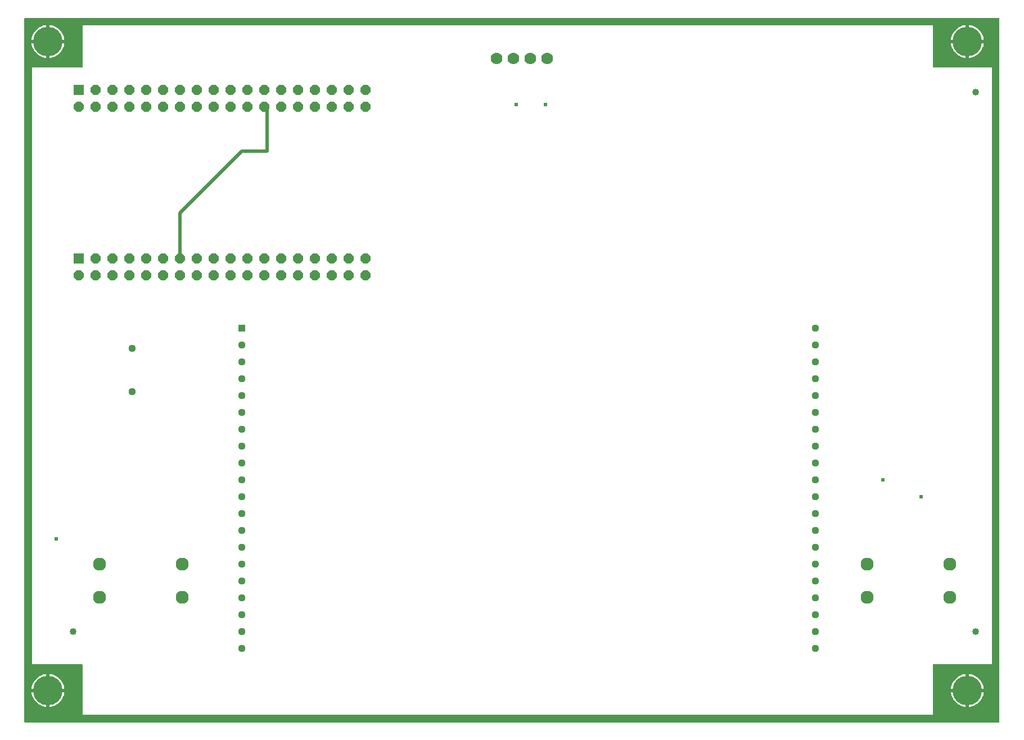
<source format=gbr>
G04 EAGLE Gerber RS-274X export*
G75*
%MOMM*%
%FSLAX34Y34*%
%LPD*%
%INBottom Copper*%
%IPPOS*%
%AMOC8*
5,1,8,0,0,1.08239X$1,22.5*%
G01*
%ADD10C,1.778000*%
%ADD11C,1.120000*%
%ADD12C,1.016000*%
%ADD13C,4.445000*%
%ADD14R,1.524000X1.524000*%
%ADD15P,1.649562X8X22.500000*%
%ADD16C,1.960000*%
%ADD17R,1.120000X1.120000*%
%ADD18C,0.609600*%
%ADD19C,0.508000*%

G36*
X1470644Y1063108D02*
X1470644Y1063108D01*
X1470637Y1063227D01*
X1470624Y1063265D01*
X1470619Y1063306D01*
X1470576Y1063416D01*
X1470539Y1063529D01*
X1470517Y1063564D01*
X1470502Y1063601D01*
X1470433Y1063697D01*
X1470369Y1063798D01*
X1470339Y1063826D01*
X1470316Y1063859D01*
X1470224Y1063935D01*
X1470137Y1064016D01*
X1470102Y1064036D01*
X1470071Y1064061D01*
X1469963Y1064112D01*
X1469859Y1064170D01*
X1469819Y1064180D01*
X1469783Y1064197D01*
X1469666Y1064219D01*
X1469551Y1064249D01*
X1469491Y1064253D01*
X1469471Y1064257D01*
X1469450Y1064255D01*
X1469390Y1064259D01*
X3810Y1064259D01*
X3692Y1064244D01*
X3573Y1064237D01*
X3535Y1064224D01*
X3494Y1064219D01*
X3384Y1064176D01*
X3271Y1064139D01*
X3236Y1064117D01*
X3199Y1064102D01*
X3103Y1064033D01*
X3002Y1063969D01*
X2974Y1063939D01*
X2941Y1063916D01*
X2865Y1063824D01*
X2784Y1063737D01*
X2764Y1063702D01*
X2739Y1063671D01*
X2688Y1063563D01*
X2630Y1063459D01*
X2620Y1063419D01*
X2603Y1063383D01*
X2581Y1063266D01*
X2551Y1063151D01*
X2547Y1063091D01*
X2543Y1063071D01*
X2545Y1063050D01*
X2541Y1062990D01*
X2541Y3810D01*
X2556Y3692D01*
X2563Y3573D01*
X2576Y3535D01*
X2581Y3494D01*
X2624Y3384D01*
X2661Y3271D01*
X2683Y3236D01*
X2698Y3199D01*
X2767Y3103D01*
X2831Y3002D01*
X2861Y2974D01*
X2884Y2941D01*
X2976Y2865D01*
X3063Y2784D01*
X3098Y2764D01*
X3129Y2739D01*
X3237Y2688D01*
X3341Y2630D01*
X3381Y2620D01*
X3417Y2603D01*
X3534Y2581D01*
X3649Y2551D01*
X3709Y2547D01*
X3729Y2543D01*
X3750Y2545D01*
X3810Y2541D01*
X1469390Y2541D01*
X1469508Y2556D01*
X1469627Y2563D01*
X1469665Y2576D01*
X1469706Y2581D01*
X1469816Y2624D01*
X1469929Y2661D01*
X1469964Y2683D01*
X1470001Y2698D01*
X1470097Y2767D01*
X1470198Y2831D01*
X1470226Y2861D01*
X1470259Y2884D01*
X1470335Y2976D01*
X1470416Y3063D01*
X1470436Y3098D01*
X1470461Y3129D01*
X1470512Y3237D01*
X1470570Y3341D01*
X1470580Y3381D01*
X1470597Y3417D01*
X1470619Y3534D01*
X1470649Y3649D01*
X1470653Y3709D01*
X1470657Y3729D01*
X1470655Y3750D01*
X1470659Y3810D01*
X1470659Y1062990D01*
X1470644Y1063108D01*
G37*
%LPC*%
G36*
X88900Y989331D02*
X88900Y989331D01*
X89018Y989346D01*
X89137Y989353D01*
X89175Y989366D01*
X89216Y989371D01*
X89326Y989414D01*
X89439Y989451D01*
X89474Y989473D01*
X89511Y989488D01*
X89607Y989558D01*
X89708Y989621D01*
X89736Y989651D01*
X89769Y989674D01*
X89845Y989766D01*
X89926Y989853D01*
X89946Y989888D01*
X89971Y989919D01*
X90022Y990027D01*
X90080Y990131D01*
X90090Y990171D01*
X90107Y990207D01*
X90129Y990324D01*
X90159Y990439D01*
X90163Y990500D01*
X90167Y990520D01*
X90165Y990540D01*
X90169Y990600D01*
X90169Y1052831D01*
X1370331Y1052831D01*
X1370331Y990600D01*
X1370346Y990482D01*
X1370353Y990363D01*
X1370366Y990325D01*
X1370371Y990284D01*
X1370414Y990174D01*
X1370451Y990061D01*
X1370473Y990026D01*
X1370488Y989989D01*
X1370558Y989893D01*
X1370621Y989792D01*
X1370651Y989764D01*
X1370674Y989731D01*
X1370766Y989656D01*
X1370853Y989574D01*
X1370888Y989554D01*
X1370919Y989529D01*
X1371027Y989478D01*
X1371131Y989420D01*
X1371171Y989410D01*
X1371207Y989393D01*
X1371324Y989371D01*
X1371439Y989341D01*
X1371500Y989337D01*
X1371520Y989333D01*
X1371540Y989335D01*
X1371600Y989331D01*
X1459231Y989331D01*
X1459231Y90169D01*
X1371600Y90169D01*
X1371482Y90154D01*
X1371363Y90147D01*
X1371325Y90134D01*
X1371284Y90129D01*
X1371174Y90086D01*
X1371061Y90049D01*
X1371026Y90027D01*
X1370989Y90012D01*
X1370893Y89943D01*
X1370792Y89879D01*
X1370764Y89849D01*
X1370731Y89826D01*
X1370656Y89734D01*
X1370574Y89647D01*
X1370554Y89612D01*
X1370529Y89581D01*
X1370478Y89473D01*
X1370420Y89369D01*
X1370410Y89329D01*
X1370393Y89293D01*
X1370371Y89176D01*
X1370341Y89061D01*
X1370337Y89001D01*
X1370333Y88981D01*
X1370335Y88960D01*
X1370331Y88900D01*
X1370331Y13969D01*
X90169Y13969D01*
X90169Y88900D01*
X90154Y89018D01*
X90147Y89137D01*
X90134Y89175D01*
X90129Y89216D01*
X90086Y89326D01*
X90049Y89439D01*
X90027Y89474D01*
X90012Y89511D01*
X89943Y89607D01*
X89879Y89708D01*
X89849Y89736D01*
X89826Y89769D01*
X89734Y89845D01*
X89647Y89926D01*
X89612Y89946D01*
X89581Y89971D01*
X89473Y90022D01*
X89369Y90080D01*
X89329Y90090D01*
X89293Y90107D01*
X89176Y90129D01*
X89061Y90159D01*
X89001Y90163D01*
X88981Y90167D01*
X88960Y90165D01*
X88900Y90169D01*
X13969Y90169D01*
X13969Y989331D01*
X88900Y989331D01*
G37*
%LPD*%
%LPC*%
G36*
X40639Y1031239D02*
X40639Y1031239D01*
X40639Y1053336D01*
X42255Y1053154D01*
X44967Y1052535D01*
X47592Y1051617D01*
X50099Y1050410D01*
X52454Y1048930D01*
X54629Y1047195D01*
X56595Y1045229D01*
X58330Y1043054D01*
X59810Y1040699D01*
X61017Y1038192D01*
X61935Y1035567D01*
X62554Y1032855D01*
X62736Y1031239D01*
X40639Y1031239D01*
G37*
%LPD*%
%LPC*%
G36*
X1424939Y1031239D02*
X1424939Y1031239D01*
X1424939Y1053336D01*
X1426555Y1053154D01*
X1429267Y1052535D01*
X1431892Y1051617D01*
X1434399Y1050410D01*
X1436754Y1048930D01*
X1438929Y1047195D01*
X1440895Y1045229D01*
X1442630Y1043054D01*
X1444110Y1040699D01*
X1445317Y1038192D01*
X1446235Y1035567D01*
X1446854Y1032855D01*
X1447036Y1031239D01*
X1424939Y1031239D01*
G37*
%LPD*%
%LPC*%
G36*
X40639Y53339D02*
X40639Y53339D01*
X40639Y75436D01*
X42255Y75254D01*
X44967Y74635D01*
X47592Y73717D01*
X50099Y72510D01*
X52454Y71030D01*
X54629Y69295D01*
X56595Y67329D01*
X58330Y65154D01*
X59810Y62799D01*
X61017Y60292D01*
X61935Y57667D01*
X62554Y54955D01*
X62736Y53339D01*
X40639Y53339D01*
G37*
%LPD*%
%LPC*%
G36*
X1424939Y53339D02*
X1424939Y53339D01*
X1424939Y75436D01*
X1426555Y75254D01*
X1429267Y74635D01*
X1431892Y73717D01*
X1434399Y72510D01*
X1436754Y71030D01*
X1438929Y69295D01*
X1440895Y67329D01*
X1442630Y65154D01*
X1444110Y62799D01*
X1445317Y60292D01*
X1446235Y57667D01*
X1446854Y54955D01*
X1447036Y53339D01*
X1424939Y53339D01*
G37*
%LPD*%
%LPC*%
G36*
X13464Y1031239D02*
X13464Y1031239D01*
X13646Y1032855D01*
X14265Y1035567D01*
X15183Y1038192D01*
X16390Y1040699D01*
X17870Y1043054D01*
X19605Y1045229D01*
X21571Y1047195D01*
X23746Y1048930D01*
X26101Y1050410D01*
X28608Y1051617D01*
X31233Y1052535D01*
X33945Y1053154D01*
X35561Y1053336D01*
X35561Y1031239D01*
X13464Y1031239D01*
G37*
%LPD*%
%LPC*%
G36*
X1397764Y1031239D02*
X1397764Y1031239D01*
X1397946Y1032855D01*
X1398565Y1035567D01*
X1399483Y1038192D01*
X1400690Y1040699D01*
X1402170Y1043054D01*
X1403905Y1045229D01*
X1405871Y1047195D01*
X1408046Y1048930D01*
X1410401Y1050410D01*
X1412908Y1051617D01*
X1415533Y1052535D01*
X1418245Y1053154D01*
X1419861Y1053336D01*
X1419861Y1031239D01*
X1397764Y1031239D01*
G37*
%LPD*%
%LPC*%
G36*
X1424939Y1026161D02*
X1424939Y1026161D01*
X1447036Y1026161D01*
X1446854Y1024545D01*
X1446235Y1021833D01*
X1445317Y1019208D01*
X1444110Y1016701D01*
X1442630Y1014346D01*
X1440895Y1012171D01*
X1438929Y1010205D01*
X1436754Y1008470D01*
X1434399Y1006990D01*
X1431892Y1005783D01*
X1429267Y1004865D01*
X1426555Y1004246D01*
X1424939Y1004064D01*
X1424939Y1026161D01*
G37*
%LPD*%
%LPC*%
G36*
X40639Y1026161D02*
X40639Y1026161D01*
X62736Y1026161D01*
X62554Y1024545D01*
X61935Y1021833D01*
X61017Y1019208D01*
X59810Y1016701D01*
X58330Y1014346D01*
X56595Y1012171D01*
X54629Y1010205D01*
X52454Y1008470D01*
X50099Y1006990D01*
X47592Y1005783D01*
X44967Y1004865D01*
X42255Y1004246D01*
X40639Y1004064D01*
X40639Y1026161D01*
G37*
%LPD*%
%LPC*%
G36*
X13464Y53339D02*
X13464Y53339D01*
X13646Y54955D01*
X14265Y57667D01*
X15183Y60292D01*
X16390Y62799D01*
X17870Y65154D01*
X19605Y67329D01*
X21571Y69295D01*
X23746Y71030D01*
X26101Y72510D01*
X28608Y73717D01*
X31233Y74635D01*
X33945Y75254D01*
X35561Y75436D01*
X35561Y53339D01*
X13464Y53339D01*
G37*
%LPD*%
%LPC*%
G36*
X1397764Y53339D02*
X1397764Y53339D01*
X1397946Y54955D01*
X1398565Y57667D01*
X1399483Y60292D01*
X1400690Y62799D01*
X1402170Y65154D01*
X1403905Y67329D01*
X1405871Y69295D01*
X1408046Y71030D01*
X1410401Y72510D01*
X1412908Y73717D01*
X1415533Y74635D01*
X1418245Y75254D01*
X1419861Y75436D01*
X1419861Y53339D01*
X1397764Y53339D01*
G37*
%LPD*%
%LPC*%
G36*
X1424939Y48261D02*
X1424939Y48261D01*
X1447036Y48261D01*
X1446854Y46645D01*
X1446235Y43933D01*
X1445317Y41308D01*
X1444110Y38801D01*
X1442630Y36446D01*
X1440895Y34271D01*
X1438929Y32305D01*
X1436754Y30570D01*
X1434399Y29090D01*
X1431892Y27883D01*
X1429267Y26965D01*
X1426555Y26346D01*
X1424939Y26164D01*
X1424939Y48261D01*
G37*
%LPD*%
%LPC*%
G36*
X40639Y48261D02*
X40639Y48261D01*
X62736Y48261D01*
X62554Y46645D01*
X61935Y43933D01*
X61017Y41308D01*
X59810Y38801D01*
X58330Y36446D01*
X56595Y34271D01*
X54629Y32305D01*
X52454Y30570D01*
X50099Y29090D01*
X47592Y27883D01*
X44967Y26965D01*
X42255Y26346D01*
X40639Y26164D01*
X40639Y48261D01*
G37*
%LPD*%
%LPC*%
G36*
X1418245Y1004246D02*
X1418245Y1004246D01*
X1415533Y1004865D01*
X1412908Y1005783D01*
X1410401Y1006990D01*
X1408046Y1008470D01*
X1405871Y1010205D01*
X1403905Y1012171D01*
X1402170Y1014346D01*
X1400690Y1016701D01*
X1399483Y1019208D01*
X1398565Y1021833D01*
X1397946Y1024545D01*
X1397764Y1026161D01*
X1419861Y1026161D01*
X1419861Y1004064D01*
X1418245Y1004246D01*
G37*
%LPD*%
%LPC*%
G36*
X33945Y1004246D02*
X33945Y1004246D01*
X31233Y1004865D01*
X28608Y1005783D01*
X26101Y1006990D01*
X23746Y1008470D01*
X21571Y1010205D01*
X19605Y1012171D01*
X17870Y1014346D01*
X16390Y1016701D01*
X15183Y1019208D01*
X14265Y1021833D01*
X13646Y1024545D01*
X13464Y1026161D01*
X35561Y1026161D01*
X35561Y1004064D01*
X33945Y1004246D01*
G37*
%LPD*%
%LPC*%
G36*
X1418245Y26346D02*
X1418245Y26346D01*
X1415533Y26965D01*
X1412908Y27883D01*
X1410401Y29090D01*
X1408046Y30570D01*
X1405871Y32305D01*
X1403905Y34271D01*
X1402170Y36446D01*
X1400690Y38801D01*
X1399483Y41308D01*
X1398565Y43933D01*
X1397946Y46645D01*
X1397764Y48261D01*
X1419861Y48261D01*
X1419861Y26164D01*
X1418245Y26346D01*
G37*
%LPD*%
%LPC*%
G36*
X33945Y26346D02*
X33945Y26346D01*
X31233Y26965D01*
X28608Y27883D01*
X26101Y29090D01*
X23746Y30570D01*
X21571Y32305D01*
X19605Y34271D01*
X17870Y36446D01*
X16390Y38801D01*
X15183Y41308D01*
X14265Y43933D01*
X13646Y46645D01*
X13464Y48261D01*
X35561Y48261D01*
X35561Y26164D01*
X33945Y26346D01*
G37*
%LPD*%
%LPC*%
G36*
X1422399Y1028699D02*
X1422399Y1028699D01*
X1422399Y1028701D01*
X1422401Y1028701D01*
X1422401Y1028699D01*
X1422399Y1028699D01*
G37*
%LPD*%
%LPC*%
G36*
X38099Y1028699D02*
X38099Y1028699D01*
X38099Y1028701D01*
X38101Y1028701D01*
X38101Y1028699D01*
X38099Y1028699D01*
G37*
%LPD*%
%LPC*%
G36*
X1422399Y50799D02*
X1422399Y50799D01*
X1422399Y50801D01*
X1422401Y50801D01*
X1422401Y50799D01*
X1422399Y50799D01*
G37*
%LPD*%
%LPC*%
G36*
X38099Y50799D02*
X38099Y50799D01*
X38099Y50801D01*
X38101Y50801D01*
X38101Y50799D01*
X38099Y50799D01*
G37*
%LPD*%
D10*
X789940Y1003300D03*
X764540Y1003300D03*
X739140Y1003300D03*
X713740Y1003300D03*
D11*
X165100Y500900D03*
X165100Y565900D03*
D12*
X76200Y139700D03*
X1435100Y139700D03*
X1435100Y952500D03*
D13*
X38100Y50800D03*
X38100Y1028700D03*
X1422400Y1028700D03*
X1422400Y50800D03*
D14*
X84500Y955300D03*
D15*
X84500Y929900D03*
X109900Y955300D03*
X109900Y929900D03*
X135300Y955300D03*
X135300Y929900D03*
X160700Y955300D03*
X160700Y929900D03*
X186100Y955300D03*
X186100Y929900D03*
X211500Y955300D03*
X211500Y929900D03*
X236900Y955300D03*
X236900Y929900D03*
X262300Y955300D03*
X262300Y929900D03*
X287700Y955300D03*
X287700Y929900D03*
X313100Y955300D03*
X313100Y929900D03*
X338500Y955300D03*
X338500Y929900D03*
X363900Y955300D03*
X363900Y929900D03*
X389300Y955300D03*
X389300Y929900D03*
X414700Y955300D03*
X414700Y929900D03*
X440100Y955300D03*
X440100Y929900D03*
X465500Y955300D03*
X465500Y929900D03*
X490900Y955300D03*
X490900Y929900D03*
X516300Y955300D03*
X516300Y929900D03*
D14*
X84500Y701300D03*
D15*
X84500Y675900D03*
X109900Y701300D03*
X109900Y675900D03*
X135300Y701300D03*
X135300Y675900D03*
X160700Y701300D03*
X160700Y675900D03*
X186100Y701300D03*
X186100Y675900D03*
X211500Y701300D03*
X211500Y675900D03*
X236900Y701300D03*
X236900Y675900D03*
X262300Y701300D03*
X262300Y675900D03*
X287700Y701300D03*
X287700Y675900D03*
X313100Y701300D03*
X313100Y675900D03*
X338500Y701300D03*
X338500Y675900D03*
X363900Y701300D03*
X363900Y675900D03*
X389300Y701300D03*
X389300Y675900D03*
X414700Y701300D03*
X414700Y675900D03*
X440100Y701300D03*
X440100Y675900D03*
X465500Y701300D03*
X465500Y675900D03*
X490900Y701300D03*
X490900Y675900D03*
X516300Y701300D03*
X516300Y675900D03*
D16*
X240300Y240900D03*
X240300Y190900D03*
X115300Y190900D03*
X115300Y240900D03*
X1396000Y240900D03*
X1396000Y190900D03*
X1271000Y190900D03*
X1271000Y240900D03*
D17*
X330200Y596900D03*
D11*
X330200Y571500D03*
X330200Y546100D03*
X330200Y520700D03*
X330200Y495300D03*
X330200Y469900D03*
X330200Y444500D03*
X330200Y419100D03*
X330200Y393700D03*
X330200Y368300D03*
X330200Y342900D03*
X330200Y317500D03*
X330200Y292100D03*
X330200Y266700D03*
X330200Y241300D03*
X330200Y215900D03*
X330200Y190500D03*
X330200Y165100D03*
X330200Y139700D03*
X330200Y114300D03*
X1193800Y596900D03*
X1193800Y571500D03*
X1193800Y546100D03*
X1193800Y520700D03*
X1193800Y495300D03*
X1193800Y469900D03*
X1193800Y444500D03*
X1193800Y419100D03*
X1193800Y393700D03*
X1193800Y368300D03*
X1193800Y342900D03*
X1193800Y317500D03*
X1193800Y292100D03*
X1193800Y266700D03*
X1193800Y241300D03*
X1193800Y215900D03*
X1193800Y190500D03*
X1193800Y165100D03*
X1193800Y139700D03*
X1193800Y114300D03*
D18*
X1352550Y342900D03*
D19*
X236900Y701300D02*
X236900Y770300D01*
X330200Y863600D02*
X368300Y863600D01*
X368300Y925500D01*
X363900Y929900D01*
X330200Y863600D02*
X236900Y770300D01*
D18*
X1295400Y368300D03*
X50800Y279400D03*
X742950Y933450D03*
X787400Y933450D03*
M02*

</source>
